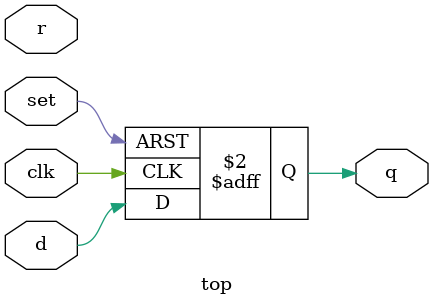
<source format=v>
module top(input clk, d, set, r, output reg q);
    GSR gsr(.GSR(r));
    always @(posedge clk or posedge set)
           if (set)
                q <= 1'b1;
           else
                q <= d;
endmodule

</source>
